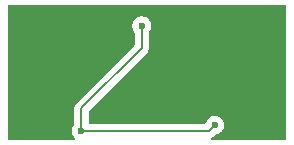
<source format=gbr>
%TF.GenerationSoftware,KiCad,Pcbnew,9.0.1*%
%TF.CreationDate,2025-07-08T09:29:25+02:00*%
%TF.ProjectId,Neopixel USB,4e656f70-6978-4656-9c20-5553422e6b69,rev?*%
%TF.SameCoordinates,Original*%
%TF.FileFunction,Copper,L2,Bot*%
%TF.FilePolarity,Positive*%
%FSLAX46Y46*%
G04 Gerber Fmt 4.6, Leading zero omitted, Abs format (unit mm)*
G04 Created by KiCad (PCBNEW 9.0.1) date 2025-07-08 09:29:25*
%MOMM*%
%LPD*%
G01*
G04 APERTURE LIST*
%TA.AperFunction,ViaPad*%
%ADD10C,0.600000*%
%TD*%
%TA.AperFunction,Conductor*%
%ADD11C,0.200000*%
%TD*%
G04 APERTURE END LIST*
D10*
%TO.N,GND*%
X40700000Y-26300000D03*
X40700000Y-22900000D03*
X57300000Y-21600000D03*
X58400000Y-21300000D03*
X54600000Y-16400000D03*
X48500000Y-24200000D03*
X46000000Y-16700000D03*
X38600000Y-17500000D03*
%TO.N,VCC*%
X55100000Y-25700000D03*
X48900000Y-17300000D03*
X43800000Y-26200000D03*
%TD*%
D11*
%TO.N,VCC*%
X43800000Y-26200000D02*
X54600000Y-26200000D01*
X54600000Y-26200000D02*
X55100000Y-25700000D01*
X43800000Y-24300000D02*
X43800000Y-26200000D01*
X48900000Y-17300000D02*
X48900000Y-19200000D01*
X48900000Y-19200000D02*
X43800000Y-24300000D01*
%TD*%
%TA.AperFunction,Conductor*%
%TO.N,GND*%
G36*
X61042539Y-15520185D02*
G01*
X61088294Y-15572989D01*
X61099500Y-15624500D01*
X61099500Y-26875500D01*
X61079815Y-26942539D01*
X61027011Y-26988294D01*
X60975500Y-26999500D01*
X54875950Y-26999500D01*
X54871820Y-26998287D01*
X54867619Y-26999220D01*
X54838584Y-26988528D01*
X54808911Y-26979815D01*
X54806093Y-26976563D01*
X54802054Y-26975076D01*
X54783409Y-26950384D01*
X54763156Y-26927011D01*
X54762543Y-26922751D01*
X54759950Y-26919317D01*
X54757614Y-26888471D01*
X54753212Y-26857853D01*
X54754999Y-26853938D01*
X54754675Y-26849647D01*
X54769386Y-26822436D01*
X54782237Y-26794297D01*
X54786437Y-26790897D01*
X54787904Y-26788185D01*
X54798950Y-26780770D01*
X54816070Y-26766916D01*
X54827103Y-26760831D01*
X54831785Y-26759577D01*
X54881904Y-26730639D01*
X54968716Y-26680520D01*
X55080520Y-26568716D01*
X55080521Y-26568714D01*
X55114662Y-26534572D01*
X55175983Y-26501089D01*
X55178150Y-26500638D01*
X55236085Y-26489113D01*
X55333497Y-26469737D01*
X55479179Y-26409394D01*
X55610289Y-26321789D01*
X55721789Y-26210289D01*
X55809394Y-26079179D01*
X55869737Y-25933497D01*
X55900500Y-25778842D01*
X55900500Y-25621158D01*
X55900500Y-25621155D01*
X55900499Y-25621153D01*
X55881773Y-25527011D01*
X55869737Y-25466503D01*
X55869735Y-25466498D01*
X55809397Y-25320827D01*
X55809390Y-25320814D01*
X55721789Y-25189711D01*
X55721786Y-25189707D01*
X55610292Y-25078213D01*
X55610288Y-25078210D01*
X55479185Y-24990609D01*
X55479172Y-24990602D01*
X55333501Y-24930264D01*
X55333489Y-24930261D01*
X55178845Y-24899500D01*
X55178842Y-24899500D01*
X55021158Y-24899500D01*
X55021155Y-24899500D01*
X54866510Y-24930261D01*
X54866498Y-24930264D01*
X54720827Y-24990602D01*
X54720814Y-24990609D01*
X54589711Y-25078210D01*
X54589707Y-25078213D01*
X54478213Y-25189707D01*
X54478210Y-25189711D01*
X54390609Y-25320814D01*
X54390602Y-25320827D01*
X54330264Y-25466498D01*
X54330261Y-25466510D01*
X54323661Y-25499691D01*
X54291276Y-25561602D01*
X54230561Y-25596176D01*
X54202044Y-25599500D01*
X44524500Y-25599500D01*
X44457461Y-25579815D01*
X44411706Y-25527011D01*
X44400500Y-25475500D01*
X44400500Y-24600096D01*
X44420185Y-24533057D01*
X44436814Y-24512420D01*
X49268713Y-19680521D01*
X49268716Y-19680520D01*
X49380520Y-19568716D01*
X49430639Y-19481904D01*
X49459577Y-19431785D01*
X49500500Y-19279057D01*
X49500500Y-19120943D01*
X49500500Y-17879765D01*
X49520185Y-17812726D01*
X49521398Y-17810874D01*
X49609390Y-17679185D01*
X49609390Y-17679184D01*
X49609394Y-17679179D01*
X49669737Y-17533497D01*
X49700500Y-17378842D01*
X49700500Y-17221158D01*
X49700500Y-17221155D01*
X49700499Y-17221153D01*
X49669738Y-17066510D01*
X49669737Y-17066503D01*
X49669735Y-17066498D01*
X49609397Y-16920827D01*
X49609390Y-16920814D01*
X49521789Y-16789711D01*
X49521786Y-16789707D01*
X49410292Y-16678213D01*
X49410288Y-16678210D01*
X49279185Y-16590609D01*
X49279172Y-16590602D01*
X49133501Y-16530264D01*
X49133489Y-16530261D01*
X48978845Y-16499500D01*
X48978842Y-16499500D01*
X48821158Y-16499500D01*
X48821155Y-16499500D01*
X48666510Y-16530261D01*
X48666498Y-16530264D01*
X48520827Y-16590602D01*
X48520814Y-16590609D01*
X48389711Y-16678210D01*
X48389707Y-16678213D01*
X48278213Y-16789707D01*
X48278210Y-16789711D01*
X48190609Y-16920814D01*
X48190602Y-16920827D01*
X48130264Y-17066498D01*
X48130261Y-17066510D01*
X48099500Y-17221153D01*
X48099500Y-17378846D01*
X48130261Y-17533489D01*
X48130264Y-17533501D01*
X48190602Y-17679172D01*
X48190609Y-17679185D01*
X48278602Y-17810874D01*
X48299480Y-17877551D01*
X48299500Y-17879765D01*
X48299500Y-18899902D01*
X48279815Y-18966941D01*
X48263181Y-18987583D01*
X43319481Y-23931282D01*
X43319479Y-23931285D01*
X43269361Y-24018094D01*
X43269359Y-24018096D01*
X43240425Y-24068209D01*
X43240424Y-24068210D01*
X43240423Y-24068215D01*
X43199499Y-24220943D01*
X43199499Y-24220945D01*
X43199499Y-24389046D01*
X43199500Y-24389059D01*
X43199500Y-25620234D01*
X43179815Y-25687273D01*
X43178602Y-25689125D01*
X43090609Y-25820814D01*
X43090602Y-25820827D01*
X43030264Y-25966498D01*
X43030261Y-25966510D01*
X42999500Y-26121153D01*
X42999500Y-26278846D01*
X43030261Y-26433489D01*
X43030264Y-26433501D01*
X43090602Y-26579172D01*
X43090609Y-26579185D01*
X43178210Y-26710288D01*
X43178213Y-26710292D01*
X43255740Y-26787819D01*
X43289225Y-26849142D01*
X43284241Y-26918834D01*
X43242369Y-26974767D01*
X43176905Y-26999184D01*
X43168059Y-26999500D01*
X37724000Y-26999500D01*
X37656961Y-26979815D01*
X37611206Y-26927011D01*
X37600000Y-26875500D01*
X37600000Y-15624500D01*
X37619685Y-15557461D01*
X37672489Y-15511706D01*
X37724000Y-15500500D01*
X60975500Y-15500500D01*
X61042539Y-15520185D01*
G37*
%TD.AperFunction*%
%TD*%
M02*

</source>
